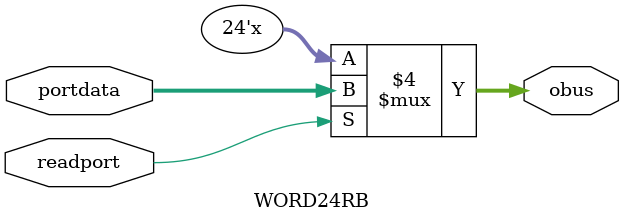
<source format=v>
module WORD24RB(obus,readport,portdata);


input readport;
input [23:0] portdata;
output [23:0] obus;

reg [23:0] obus;

always @(portdata, readport)
begin
	if (readport==1) 
		obus <= portdata;
	else
		obus <= 24'hZZZZZZ;
end

endmodule
</source>
